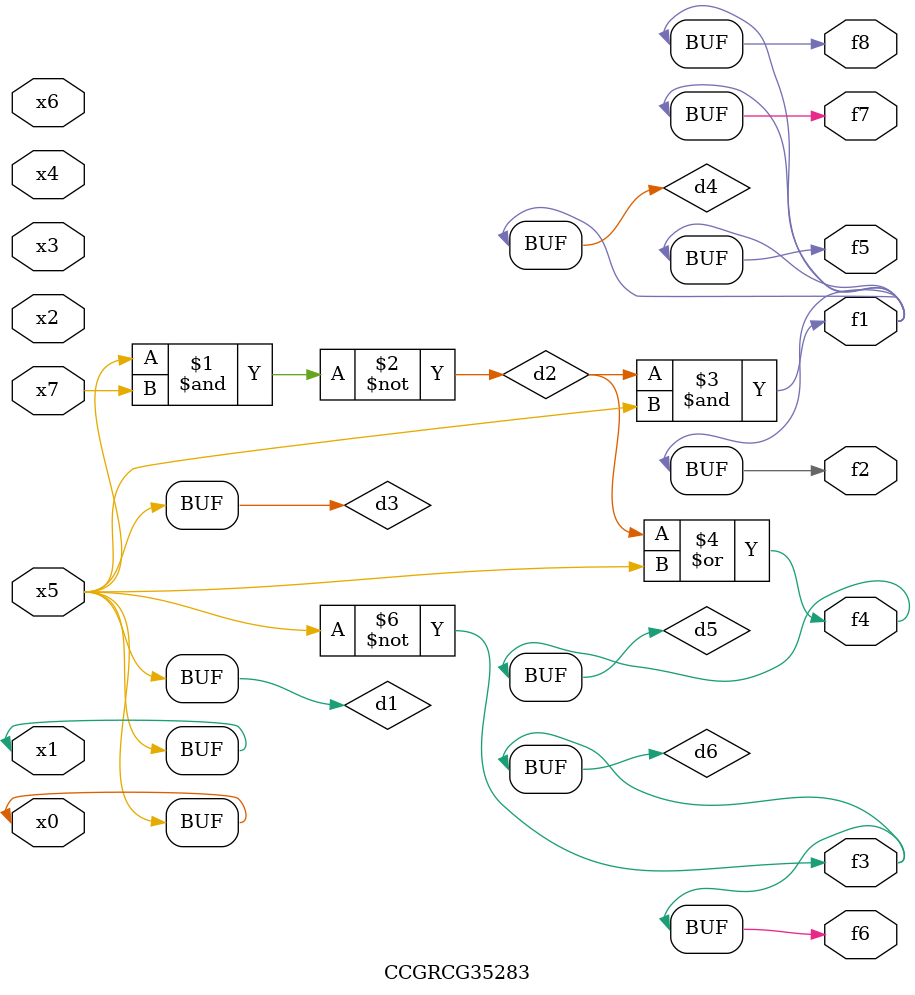
<source format=v>
module CCGRCG35283(
	input x0, x1, x2, x3, x4, x5, x6, x7,
	output f1, f2, f3, f4, f5, f6, f7, f8
);

	wire d1, d2, d3, d4, d5, d6;

	buf (d1, x0, x5);
	nand (d2, x5, x7);
	buf (d3, x0, x1);
	and (d4, d2, d3);
	or (d5, d2, d3);
	nor (d6, d1, d3);
	assign f1 = d4;
	assign f2 = d4;
	assign f3 = d6;
	assign f4 = d5;
	assign f5 = d4;
	assign f6 = d6;
	assign f7 = d4;
	assign f8 = d4;
endmodule

</source>
